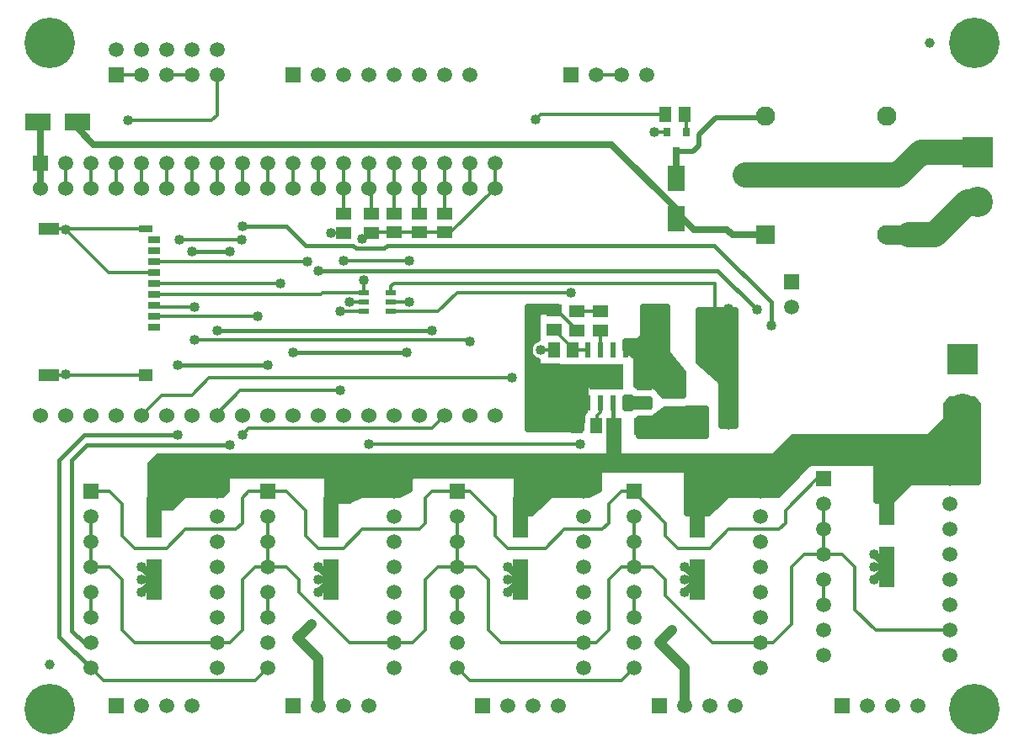
<source format=gbr>
G04 DipTrace 3.3.1.3*
G04 Top.gbr*
%MOIN*%
G04 #@! TF.FileFunction,Copper,L1,Top*
G04 #@! TF.Part,Single*
G04 #@! TA.AperFunction,Conductor*
%ADD13C,0.013*%
%ADD14C,0.016*%
%ADD15C,0.012008*%
%ADD16C,0.012*%
G04 #@! TA.AperFunction,CopperBalancing*
%ADD17C,0.025*%
G04 #@! TA.AperFunction,Conductor*
%ADD18C,0.015*%
%ADD19C,0.1*%
G04 #@! TA.AperFunction,ViaPad*
%ADD20C,0.04*%
G04 #@! TA.AperFunction,Conductor*
%ADD21C,0.02*%
%ADD22C,0.014*%
%ADD23C,0.025199*%
%ADD24C,0.076772*%
%ADD25C,0.0154*%
G04 #@! TA.AperFunction,ComponentPad*
%ADD26C,0.06*%
%ADD29R,0.062992X0.163386*%
%ADD30R,0.059055X0.051181*%
%ADD31R,0.062992X0.070866*%
%ADD33R,0.098425X0.066929*%
%ADD35R,0.066929X0.098425*%
%ADD37C,0.03937*%
G04 #@! TA.AperFunction,ComponentPad*
%ADD38R,0.059055X0.059055*%
%ADD39C,0.059055*%
%ADD40R,0.051181X0.027559*%
%ADD41R,0.07874X0.047244*%
%ADD42R,0.055118X0.047244*%
%ADD43R,0.055118X0.031496*%
G04 #@! TA.AperFunction,ComponentPad*
%ADD44C,0.076772*%
%ADD45R,0.076772X0.076772*%
%ADD46R,0.09252X0.137795*%
G04 #@! TA.AperFunction,ComponentPad*
%ADD47C,0.2*%
%ADD48R,0.031496X0.035433*%
%ADD49R,0.051181X0.059055*%
G04 #@! TA.AperFunction,ComponentPad*
%ADD50R,0.12X0.12*%
%ADD51C,0.12*%
%ADD52R,0.059X0.059*%
%ADD53C,0.059*%
%ADD55R,0.024016X0.062992*%
%ADD56R,0.138189X0.10315*%
%ADD58R,0.043307X0.023622*%
G04 #@! TA.AperFunction,ViaPad*
%ADD60C,0.03*%
%FSLAX26Y26*%
G04*
G70*
G90*
G75*
G01*
G04 Top*
%LPD*%
X693700Y1293700D2*
D13*
Y1193700D1*
Y1093700D1*
X768700D1*
X818700Y1043700D1*
Y843700D1*
X868700Y793700D1*
X1193700D1*
X1243700D1*
X1293700Y843700D1*
Y1043700D1*
X1343700Y1093700D1*
X1393700D1*
Y1193700D1*
Y1293700D1*
Y1093700D2*
X1468700D1*
X1518700Y1043700D1*
Y993700D1*
X1718700Y793700D1*
X1893700D1*
X1968700D1*
X2018700Y843700D1*
Y1043700D1*
X2068700Y1093700D1*
X2143700D1*
Y1193700D1*
Y1293700D1*
Y1093700D2*
X2218700D1*
X2268700Y1043700D1*
Y843700D1*
X2318700Y793700D1*
X2643700D1*
X2693700D1*
X2743700Y843700D1*
Y1043700D1*
X2793700Y1093700D1*
X2843700D1*
Y1193700D1*
Y1293700D1*
Y1093700D2*
X2918700D1*
X2968700Y1043700D1*
Y981200D1*
X3156200Y793700D1*
X3343700D1*
X3393700D1*
X3468700Y868700D1*
Y1093700D1*
X3518700Y1143700D1*
X3593700D1*
Y1243700D1*
Y1343700D1*
Y1143700D2*
X3668700D1*
X3718700Y1093700D1*
Y924949D1*
X3799949Y843700D1*
X4093700D1*
X2293700Y2593700D2*
Y2693700D1*
X1893700Y2418897D2*
X1993700D1*
X2093700D1*
X2118897D1*
X2293700Y2593700D1*
X943676Y2173371D2*
D15*
X1604621D1*
X1612451Y2181200D1*
X1774951D1*
Y2231200D1*
X1768700Y2393700D2*
X1781200D1*
Y2406200D1*
X1793897Y2418897D1*
X1893700D1*
X2528409Y2109254D2*
D16*
X2541409D1*
X2619409Y2031254D1*
X3843700Y1093700D2*
D17*
X3793700Y1143700D1*
X3843700Y1093700D2*
X3793700D1*
X3843700D2*
X3793700Y1043700D1*
X3093700D2*
X3043700Y1093700D1*
X3093700Y1043700D2*
X3043700D1*
X3093700D2*
X3043700Y993700D1*
X2393700Y1043700D2*
X2343700Y1093700D1*
X2393700Y1043700D2*
X2343700D1*
X2393700D2*
X2343700Y993700D1*
X1643700Y1043700D2*
X1593700Y1093700D1*
X1643700Y1043700D2*
X1593700D1*
X1643700D2*
X1593700Y993700D1*
X943700Y1043700D2*
X893700Y1093700D1*
X943700Y1043700D2*
X893700D1*
X943700D2*
X893700Y993700D1*
X993700Y2593700D2*
D13*
Y2693700D1*
X528322Y2433213D2*
D15*
X591687D1*
X593700Y2431200D1*
X1693700Y2418700D2*
X1643700D1*
X1774951Y2143798D2*
X1718798D1*
X1718700Y2143700D1*
X910212Y2433213D2*
D16*
X595713D1*
X593700Y2431200D1*
X943676Y2259985D2*
X764915D1*
X593700Y2431200D1*
X2975146Y2818700D2*
X2924949D1*
X528322Y1855260D2*
D15*
X592760D1*
X593700Y1856200D1*
X910212Y1855260D2*
D16*
X594640D1*
X593700Y1856200D1*
X693700Y793700D2*
D18*
X666928D1*
X618700Y841928D1*
Y1518700D1*
X678739Y1578739D1*
X1243700D1*
Y2343700D2*
X1093700D1*
Y2693700D2*
D16*
Y2593700D1*
X1393700Y693700D2*
D13*
X1343700Y643700D1*
X743700D1*
X693700Y693700D1*
X1393700Y2593700D2*
Y2693700D1*
Y1893700D2*
D18*
X1039369D1*
Y1618109D2*
X668109D1*
X568700Y1518700D1*
Y818700D1*
X693700Y693700D1*
Y893700D2*
D13*
Y993700D1*
X3284645Y2645570D2*
D19*
X3889321D1*
X3981201Y2737450D1*
X4206200D1*
X2631200Y1581200D2*
D16*
X1793700D1*
X2143700Y693700D2*
D13*
X2193700Y643700D1*
X2793700D1*
X2843700Y693700D1*
X1493700Y2593700D2*
Y2693700D1*
X1943700Y1943700D2*
D18*
X1493700D1*
X2843700Y893700D2*
D13*
Y993700D1*
X3043700Y543700D2*
D20*
Y693700D1*
X2943700Y793700D1*
X2973436Y823436D1*
X2993700Y843700D1*
X2973436Y823436D2*
D15*
X2968700Y818700D1*
X1593700Y543700D2*
D20*
Y731200D1*
X1512449Y812451D1*
X1538591Y838591D1*
X1568700Y868700D1*
X1538591Y838591D2*
D15*
X1543700Y843700D1*
X1881250Y2106397D2*
D16*
X2068897D1*
X2143700Y2181200D1*
X2593700D1*
X1293700Y2593700D2*
D13*
Y2693700D1*
X3387449Y2049949D2*
D14*
Y2143700D1*
X3162449Y2368700D1*
X1868700D1*
X1856200Y2356200D1*
X1743700D1*
X1731200Y2368700D1*
X1543700D1*
X1468700Y2443700D1*
X1293700D1*
X2093700Y2493700D2*
D13*
Y2593700D1*
Y2693700D1*
X1993700Y2493700D2*
Y2593700D1*
Y2693700D1*
X1593700Y2593700D2*
Y2693700D1*
X3331200Y2112449D2*
D14*
X3174949Y2268700D1*
X1593700D1*
X1693700Y2593700D2*
D13*
Y2693700D1*
Y2493503D2*
D15*
Y2593700D1*
Y2306200D2*
X1956200D1*
Y2143798D2*
X1881250D1*
X3012451Y2632430D2*
D17*
Y2739863D1*
X3012548Y2739960D1*
D21*
X3077460D1*
X3099949Y2762449D1*
Y2806200D1*
X3168700Y2874951D1*
X3356545D1*
X3363385Y2881791D1*
X1893700Y2493700D2*
D13*
Y2593700D1*
Y2693700D1*
X893700Y1693700D2*
D16*
X974949Y1774949D1*
X1093700D1*
X1162451Y1843700D1*
X2362451D1*
X2456200Y2868700D2*
X2474949Y2887451D1*
X2968700D1*
X2193700Y1987451D2*
D15*
X2188092Y1993058D1*
X1104927D1*
Y2124949D2*
X948791D1*
X943676Y2130064D1*
Y2086756D2*
X1356200D1*
X842037Y2862812D2*
D16*
X1173048D1*
X1193700Y2883464D1*
Y3043700D1*
X943676Y2303292D2*
D15*
X1549949D1*
X793700Y3043700D2*
D22*
X893700D1*
X1045821Y2390037D2*
D16*
X1292695D1*
X1774951Y2106397D2*
D15*
X1681200D1*
Y1793700D2*
X1285691D1*
X1193700Y1701709D1*
Y1693700D1*
X493700Y2593700D2*
D17*
Y2693700D1*
Y2857814D1*
X484898D1*
X2043700Y2031200D2*
D18*
X1193700D1*
Y2693700D2*
D16*
Y2593700D1*
X1393700Y893700D2*
D13*
Y993700D1*
X2193700Y2593700D2*
Y2693700D1*
X2143700Y893700D2*
Y993700D1*
X2476409Y1953254D2*
D16*
X2528409D1*
X1881250Y2181200D2*
Y2206250D1*
X1893700Y2218700D1*
X3163344D1*
Y2055115D1*
X642378Y2857814D2*
D17*
Y2832522D1*
X706200Y2768700D1*
X2756201D1*
X3012451Y2512451D1*
Y2474949D1*
X3363385Y2409350D2*
D23*
X3234301D1*
X3212451Y2431200D1*
X3081200D1*
X3037451Y2474949D1*
X3012451D1*
X1793700Y2593700D2*
D13*
Y2693700D1*
X1806200Y2493503D2*
D16*
Y2593700D1*
X1793700D1*
X3049949Y2818700D2*
D15*
Y2881003D1*
X3043503Y2887451D1*
X2693700Y3043700D2*
D16*
X2793700D1*
X993700D2*
D22*
X1093700D1*
X1293700Y1618700D2*
D16*
X1318700Y1643700D1*
X2043700D1*
X2093700Y1693700D1*
X3593700Y943700D2*
D13*
Y1043700D1*
X943676Y2216678D2*
D15*
X1443700D1*
X793700Y2593700D2*
D13*
Y2693700D1*
X693700Y2593700D2*
Y2693700D1*
X593700Y2593700D2*
Y2693700D1*
X2710409Y2031254D2*
D16*
Y1955497D1*
X2710039Y1955127D1*
X2619409Y2106057D2*
X2710409D1*
X3843700Y2409350D2*
D24*
X3932086D1*
D19*
X4034350D1*
X4165600Y2540600D1*
X4206200D1*
X2710039Y1742528D2*
D16*
Y1705884D1*
X2697409Y1693254D1*
Y1657451D1*
X2694212Y1654254D1*
X2660039Y1955127D2*
X2605085D1*
X2603212Y1953254D1*
Y1959648D1*
X2528409Y2034451D1*
X3593700Y1443700D2*
X3568700D1*
X3443700Y1318700D1*
Y1268700D1*
X3418700Y1243700D1*
X3218700D1*
X3143700Y1168700D1*
X3018700D1*
X2968700Y1218700D1*
Y1268700D1*
X2843700Y1393700D1*
X2793700D1*
X2743700Y1343700D1*
Y1268700D1*
X2718700Y1243700D1*
X2568700D1*
X2493700Y1168700D1*
X2343700D1*
X2293700Y1218700D1*
Y1293700D1*
X2193700Y1393700D1*
X2143700D1*
X2043700D1*
X2018700Y1368700D1*
Y1268700D1*
X1993700Y1243700D1*
X1768700D1*
X1693700Y1168700D1*
X1593700D1*
X1543700Y1218700D1*
Y1318700D1*
X1468700Y1393700D1*
X1393700D1*
X1318700D1*
X1293700Y1368700D1*
Y1268700D1*
X1268700Y1243700D1*
X1068700D1*
X993700Y1168700D1*
X868700D1*
X818700Y1218700D1*
Y1343700D1*
X768700Y1393700D1*
X693700D1*
X893700Y2593700D2*
D13*
Y2693700D1*
X2760039Y1742528D2*
D25*
Y1655625D1*
X2765214Y1650449D1*
D26*
Y1511810D1*
X3093700D1*
Y1291731D1*
D20*
X1774951Y2231200D3*
X1768700Y2393700D3*
X1243700Y1578739D3*
Y2343700D3*
X1093700D3*
X1393700Y1893700D3*
X1039369D3*
Y1618109D3*
X2631200Y1581200D3*
X1793700D3*
X1943700Y1943700D3*
X1493700D3*
X2943700Y793700D3*
X1512449Y812451D3*
X2593700Y2181200D3*
X3387449Y2049949D3*
X1293700Y2443700D3*
X3331200Y2112449D3*
X1593700Y2268700D3*
X1693700Y2306200D3*
X1956200D3*
Y2143798D3*
X2362451Y1843700D3*
X2456200Y2868700D3*
X2193700Y1987451D3*
X1104927Y1993058D3*
Y2124949D3*
X1356200Y2086756D3*
X842037Y2862812D3*
X1549949Y2303292D3*
X1045821Y2390037D3*
X1292695D3*
X1681200Y2106397D3*
Y1793700D3*
X2043700Y2031200D3*
X1193700D3*
X1293700Y1618700D3*
X1443700Y2216678D3*
X1568700Y868700D3*
X2993700Y843700D3*
D60*
X2775409Y1875254D3*
Y1849254D3*
Y1823254D3*
X2736409Y1875254D3*
Y1849254D3*
Y1823254D3*
X2697409Y1875254D3*
Y1849254D3*
Y1823254D3*
X3126700Y1627700D3*
X3087700D3*
D20*
X2476409Y1953254D3*
X3218700Y2068700D3*
Y1656200D3*
X1593700Y1093700D3*
Y1043700D3*
Y993700D3*
X893700Y1093700D3*
Y1043700D3*
Y993700D3*
X2343700Y1093700D3*
Y1043700D3*
Y993700D3*
X3043700Y1093700D3*
Y1043700D3*
Y993700D3*
X3793700Y1143700D3*
Y1093700D3*
Y1043700D3*
X3218700Y2118700D3*
X593700Y2431200D3*
Y1856200D3*
X2924949Y2818700D3*
X1643700Y2418700D3*
X1718700Y2143700D3*
X1543700Y843700D3*
X2968700Y818700D3*
X3102666Y2084331D2*
D17*
X3241705D1*
X3102629Y2059462D2*
X3241705D1*
X3102594Y2034594D2*
X3241705D1*
X3102558Y2009725D2*
X3241705D1*
X3102522Y1984856D2*
X3241705D1*
X3102522Y1959987D2*
X3241705D1*
X3102486Y1935119D2*
X3241705D1*
X3102451Y1910250D2*
X3241705D1*
X3126923Y1885381D2*
X3241705D1*
X3156098Y1860512D2*
X3241705D1*
X3185271Y1835644D2*
X3241705D1*
X3193704Y1810775D2*
X3241705D1*
X3193704Y1785906D2*
X3241705D1*
X3193704Y1761037D2*
X3241705D1*
X3193704Y1736169D2*
X3241705D1*
X3193704Y1711300D2*
X3241705D1*
X3193704Y1686431D2*
X3241705D1*
X3193704Y1661562D2*
X3241705D1*
X3244176Y2109200D2*
X3100209D1*
X3099939Y1906200D1*
X3188196Y1830829D1*
X3189831Y1828388D1*
X3190851Y1825632D1*
X3191200Y1822710D1*
Y1653218D1*
X3244188Y1653200D1*
X3244200Y2109169D1*
X2883699Y2100071D2*
X2972428D1*
X2883699Y2075203D2*
X2972428D1*
X2883699Y2050334D2*
X2972428D1*
X2883699Y2025465D2*
X2972428D1*
X2877024Y2000596D2*
X2972428D1*
X2814981Y1975728D2*
X2972428D1*
X2822696Y1950859D2*
X2972428D1*
X2857539Y1925990D2*
X2983444D1*
X2858724Y1901121D2*
X3004150D1*
X2858724Y1876252D2*
X3024890D1*
X2858724Y1851384D2*
X3034939D1*
X2858724Y1826515D2*
X3034939D1*
X2937201Y1801646D2*
X3034939D1*
X2962070Y1776777D2*
X3034939D1*
X2974943Y1943746D2*
Y2124961D1*
X2881190Y2124940D1*
X2881052Y2010498D1*
X2880254Y2007670D1*
X2878818Y2005106D1*
X2872545Y1998615D1*
X2863554Y1989842D1*
X2860990Y1988406D1*
X2858162Y1987608D1*
X2847020Y1987455D1*
X2812464D1*
X2812462Y1956427D1*
X2852476Y1927623D1*
X2854313Y1925330D1*
X2855565Y1922671D1*
X2856161Y1919794D1*
X2856208Y1812460D1*
X2920655Y1812322D1*
X2923483Y1811524D1*
X2926048Y1810088D1*
X2934035Y1802318D1*
X2961369Y1774983D1*
X3037402Y1774980D1*
X3037436Y1864199D1*
X2976707Y1937309D1*
X2975508Y1939993D1*
X2974970Y1942885D1*
X2944936Y1694331D2*
X3124704D1*
X2868718Y1669462D2*
X3124704D1*
X2868718Y1644594D2*
X3124704D1*
X2868718Y1619725D2*
X3124704D1*
X2942436Y1697623D2*
Y1689360D1*
X2932784D1*
X2925401Y1683184D1*
X2922751Y1681911D1*
X2919880Y1681292D1*
X2866192Y1680398D1*
X2866200Y1614221D1*
X3127174Y1614200D1*
X3127200Y1719149D1*
X2967095Y1718745D1*
X2942436Y1697619D1*
X2426427Y2097885D2*
X2460720D1*
X2426427Y2073016D2*
X2460002D1*
X2426427Y2048148D2*
X2460002D1*
X2426427Y2023279D2*
X2460002D1*
X2426427Y1998410D2*
X2460002D1*
X2426427Y1923804D2*
X2437953D1*
X2426427Y1898935D2*
X2460039D1*
X2426427Y1874066D2*
X2784969D1*
X2426427Y1849197D2*
X2784969D1*
X2426427Y1824329D2*
X2784969D1*
X2426427Y1799460D2*
X2647461D1*
X2426427Y1774591D2*
X2647461D1*
X2426427Y1749722D2*
X2647461D1*
X2426427Y1724854D2*
X2647461D1*
X2426427Y1699985D2*
X2639638D1*
X2426427Y1675116D2*
X2633969D1*
X2426427Y1650247D2*
X2632066D1*
X2642121Y1699742D2*
Y1710281D1*
X2647397D1*
X2649977Y1721671D1*
X2650130Y1808180D1*
X2650928Y1811008D1*
X2652364Y1813573D1*
X2654359Y1815730D1*
X2656802Y1817363D1*
X2659558Y1818380D1*
X2662477Y1818725D1*
X2787461D1*
X2787462Y1881474D1*
X2473041Y1887619D1*
X2470213Y1888417D1*
X2467649Y1889852D1*
X2465491Y1891847D1*
X2463859Y1894291D1*
X2462842Y1897046D1*
X2462497Y1899965D1*
Y1908901D1*
X2455298Y1911822D1*
X2449077Y1915634D1*
X2443528Y1920373D1*
X2438789Y1925922D1*
X2434977Y1932144D1*
X2432184Y1938885D1*
X2430481Y1945980D1*
X2429909Y1953254D1*
X2430481Y1960528D1*
X2432184Y1967623D1*
X2434977Y1974364D1*
X2438789Y1980586D1*
X2443528Y1986134D1*
X2449077Y1990873D1*
X2455298Y1994686D1*
X2462493Y1997606D1*
X2462650Y2095650D1*
X2463448Y2098478D1*
X2464884Y2101043D1*
X2466878Y2103200D1*
X2469322Y2104833D1*
X2472078Y2105850D1*
X2474997Y2106195D1*
X2543141D1*
X2542448Y2122721D1*
X2423898Y2122754D1*
X2423909Y1640734D1*
X2633855Y1640754D1*
X2637801Y1690313D1*
X2638797Y1693078D1*
X2642120Y1699721D1*
X2814981Y1737609D2*
X2903710D1*
X2832255Y1762478D2*
X2812447D1*
X2812462Y1724991D1*
X2832369Y1725073D1*
X2836360Y1728847D1*
X2838924Y1730283D1*
X2841752Y1731081D1*
X2851207Y1731234D1*
X2906193D1*
X2906200Y1756233D1*
X2841752Y1756382D1*
X2838924Y1757180D1*
X2836360Y1758616D1*
X2832276Y1762482D1*
X4083704Y1731331D2*
X4203688D1*
X4083704Y1706462D2*
X4203688D1*
X4083704Y1681594D2*
X4203688D1*
X4064578Y1656725D2*
X4203688D1*
X4039961Y1631856D2*
X4203688D1*
X3992127Y1606987D2*
X4203688D1*
X3452285Y1582119D2*
X4203688D1*
X3427418Y1557250D2*
X4203688D1*
X3402550Y1532381D2*
X4203688D1*
X940178Y1507512D2*
X4203688D1*
X933718Y1482644D2*
X3512451D1*
X3808687D2*
X4203688D1*
X933718Y1457775D2*
X2703693D1*
X3058708D2*
X3487583D1*
X3808687D2*
X4203688D1*
X933718Y1432906D2*
X1228709D1*
X1633710D2*
X1953714D1*
X2383691D2*
X2703693D1*
X3058708D2*
X3462716D1*
X3808687D2*
X4203688D1*
X933718Y1408037D2*
X1228709D1*
X1633710D2*
X1953714D1*
X2383691D2*
X2703693D1*
X3058708D2*
X3437848D1*
X3808687D2*
X3912847D1*
X933718Y1383169D2*
X1212993D1*
X1633710D2*
X1917184D1*
X2383691D2*
X2667199D1*
X3058708D2*
X3412980D1*
X3808687D2*
X3887980D1*
X933718Y1358300D2*
X1038129D1*
X1633710D2*
X1717452D1*
X2383691D2*
X2488137D1*
X3058708D2*
X3188130D1*
X3808687D2*
X3863111D1*
X933718Y1333431D2*
X1013262D1*
X2383691D2*
X2463270D1*
X3058708D2*
X3163262D1*
X2383691Y1308562D2*
X2438402D1*
X3058708D2*
X3138394D1*
X4206200Y1718735D2*
Y1738497D1*
X4188544Y1756179D1*
X4098881Y1756200D1*
X4081221Y1738544D1*
X4081056Y1679308D1*
X4080273Y1676476D1*
X4078851Y1673905D1*
X4071121Y1665877D1*
X4015008Y1609413D1*
X4012447Y1607973D1*
X4009620Y1607171D1*
X3998478Y1607001D1*
X3473873Y1606208D1*
X3401048Y1533587D1*
X3398483Y1532151D1*
X3395655Y1531354D1*
X3384514Y1531200D1*
X961381D1*
X931207Y1501029D1*
X931200Y1331193D1*
X1013519Y1331200D1*
X1061352Y1378813D1*
X1063917Y1380249D1*
X1066745Y1381046D1*
X1077886Y1381200D1*
X1213497D1*
X1231179Y1398856D1*
X1231354Y1445655D1*
X1232151Y1448483D1*
X1233587Y1451048D1*
X1235582Y1453205D1*
X1238025Y1454838D1*
X1240781Y1455855D1*
X1243700Y1456200D1*
X1620655Y1456046D1*
X1623483Y1455249D1*
X1626048Y1453813D1*
X1628205Y1451818D1*
X1629838Y1449375D1*
X1630855Y1446619D1*
X1631200Y1443700D1*
Y1356179D1*
X1715745Y1356200D1*
X1764838Y1380588D1*
X1767720Y1381162D1*
X1915741Y1381200D1*
X1956214Y1401432D1*
X1956354Y1445655D1*
X1957151Y1448483D1*
X1958587Y1451048D1*
X1960582Y1453205D1*
X1963025Y1454838D1*
X1965781Y1455855D1*
X1968700Y1456200D1*
X2370655Y1456046D1*
X2373483Y1455249D1*
X2376048Y1453813D1*
X2378205Y1451818D1*
X2379838Y1449375D1*
X2380855Y1446619D1*
X2381200Y1443700D1*
Y1306228D1*
X2438495Y1306200D1*
X2511352Y1378813D1*
X2513917Y1380249D1*
X2516745Y1381046D1*
X2527886Y1381200D1*
X2665741D1*
X2706214Y1401432D1*
X2706354Y1470655D1*
X2707151Y1473483D1*
X2708587Y1476048D1*
X2710582Y1478205D1*
X2713025Y1479838D1*
X2715781Y1480855D1*
X2718700Y1481200D1*
X3045655Y1481046D1*
X3048483Y1480249D1*
X3051048Y1478813D1*
X3053205Y1476818D1*
X3054838Y1474375D1*
X3055855Y1471619D1*
X3056200Y1468700D1*
Y1306180D1*
X3138519Y1306200D1*
X3211352Y1378813D1*
X3213917Y1380249D1*
X3216745Y1381046D1*
X3227886Y1381200D1*
X3413523D1*
X3536352Y1503813D1*
X3538917Y1505249D1*
X3541745Y1506046D1*
X3552886Y1506200D1*
X3795655Y1506046D1*
X3798483Y1505249D1*
X3801048Y1503813D1*
X3803205Y1501818D1*
X3804838Y1499375D1*
X3805855Y1496619D1*
X3806200Y1493700D1*
Y1356228D1*
X3863495Y1356200D1*
X3936352Y1428813D1*
X3938917Y1430249D1*
X3941745Y1431046D1*
X3952886Y1431200D1*
X4206193D1*
X4206200Y1718704D1*
D29*
X943700Y1043700D3*
Y1291731D3*
X1643700Y1043700D3*
Y1291731D3*
X2393700Y1043700D3*
Y1291731D3*
D30*
X2886409Y1816254D3*
Y1741451D3*
D29*
X3093700Y1043700D3*
Y1291731D3*
D31*
X2875451Y1650449D3*
X2765214D3*
X3106200Y1693700D3*
X3216436D3*
D30*
X2710409Y2031254D3*
Y2106057D3*
D29*
X3843700Y1093700D3*
Y1341731D3*
D33*
X484898Y2857814D3*
X642378D3*
D35*
X3012451Y2474949D3*
Y2632430D3*
X3003409Y1830218D3*
Y1672738D3*
D37*
X531495Y708661D3*
X4015747Y3169291D3*
D38*
X1493700Y3043700D3*
D39*
X1593700D3*
X1693700D3*
X1793700D3*
X1893700D3*
X1993700D3*
X2093700D3*
X2193700D3*
D38*
X793700Y543700D3*
D39*
X893700D3*
X993700D3*
X1093700D3*
D38*
X793700Y3043700D3*
D39*
Y3143700D3*
X893700Y3043700D3*
Y3143700D3*
X993700Y3043700D3*
Y3143700D3*
X1093700Y3043700D3*
Y3143700D3*
X1193700Y3043700D3*
Y3143700D3*
D38*
X1493700Y543700D3*
D39*
X1593700D3*
X1693700D3*
X1793700D3*
D38*
X493700Y2693700D3*
D39*
X593700D3*
X693700D3*
X793700D3*
X893700D3*
X993700D3*
X1093700D3*
X1193700D3*
X1293700D3*
X1393700D3*
X1493700D3*
X1593700D3*
X1693700D3*
X1793700D3*
X1893700D3*
X1993700D3*
X2093700D3*
X2193700D3*
X2293700D3*
D38*
X2243700Y543700D3*
D39*
X2343700D3*
X2443700D3*
X2543700D3*
D38*
X2943700D3*
D39*
X3043700D3*
X3143700D3*
X3243700D3*
D38*
X3468700Y2224951D3*
D39*
Y2124951D3*
D38*
X3668700Y543700D3*
D39*
X3768700D3*
X3868700D3*
X3968700D3*
D40*
X943676Y2043449D3*
Y2086756D3*
Y2130064D3*
Y2173371D3*
Y2216678D3*
Y2259985D3*
Y2303292D3*
Y2346599D3*
Y2389906D3*
D41*
X528322Y1855260D3*
D42*
X910212D3*
D43*
Y2433213D3*
D41*
X528322D3*
D38*
X2593700Y3043700D3*
D39*
X2693700D3*
X2793700D3*
X2893700D3*
D44*
X3284645Y2645570D3*
D45*
X3363385Y2409350D3*
D44*
Y2881791D3*
X3843700Y2409350D3*
Y2881791D3*
D46*
X2925155Y2055115D3*
X3163344D3*
D47*
X531495Y531495D3*
X4192913D3*
X531495Y3169291D3*
X4192913D3*
D48*
X3049949Y2818700D3*
X2975146D3*
X3012548Y2739960D3*
D30*
X1893700Y2493700D3*
Y2418897D3*
X1993700Y2493700D3*
Y2418897D3*
X2093700Y2493700D3*
Y2418897D3*
X1806200Y2493503D3*
Y2418700D3*
D49*
X2968700Y2887451D3*
X3043503D3*
X2528409Y1953254D3*
X2603212D3*
D30*
X2528409Y2109254D3*
Y2034451D3*
D49*
X2619409Y1654254D3*
X2694212D3*
D30*
X2619409Y2031254D3*
Y2106057D3*
X1693700Y2418700D3*
Y2493503D3*
D50*
X4206200Y2737450D3*
D51*
Y2540600D3*
D50*
X4143700Y1918700D3*
D51*
Y1721850D3*
D26*
X493700Y2593700D3*
X593700D3*
X693700D3*
X793700D3*
X893700D3*
X993700D3*
X1093700D3*
X1193700D3*
X1293700D3*
X1393700D3*
X1493700D3*
X1593700D3*
X1693700D3*
X1793700D3*
X1893700D3*
X1993700D3*
X2093700D3*
X2193700D3*
X2293700D3*
X493700Y1693700D3*
X593700D3*
X693700D3*
X793700D3*
X893700D3*
X993700D3*
X1093700D3*
X1193700D3*
X1293700D3*
X1393700D3*
X1493700D3*
X1593700D3*
X1693700D3*
X1793700D3*
X1893700D3*
X1993700D3*
X2093700D3*
X2193700D3*
X2293700D3*
D52*
X693700Y1393700D3*
D53*
Y1293700D3*
Y1193700D3*
Y1093700D3*
Y993700D3*
Y893700D3*
Y793700D3*
Y693700D3*
X1193700D3*
Y793700D3*
Y893700D3*
Y993700D3*
Y1093700D3*
Y1193700D3*
Y1293700D3*
Y1393700D3*
D52*
X1393700D3*
D53*
Y1293700D3*
Y1193700D3*
Y1093700D3*
Y993700D3*
Y893700D3*
Y793700D3*
Y693700D3*
X1893700D3*
Y793700D3*
Y893700D3*
Y993700D3*
Y1093700D3*
Y1193700D3*
Y1293700D3*
Y1393700D3*
D52*
X2143700D3*
D53*
Y1293700D3*
Y1193700D3*
Y1093700D3*
Y993700D3*
Y893700D3*
Y793700D3*
Y693700D3*
X2643700D3*
Y793700D3*
Y893700D3*
Y993700D3*
Y1093700D3*
Y1193700D3*
Y1293700D3*
Y1393700D3*
D52*
X2843700D3*
D53*
Y1293700D3*
Y1193700D3*
Y1093700D3*
Y993700D3*
Y893700D3*
Y793700D3*
Y693700D3*
X3343700D3*
Y793700D3*
Y893700D3*
Y993700D3*
Y1093700D3*
Y1193700D3*
Y1293700D3*
Y1393700D3*
D55*
X2810039Y1955127D3*
X2760039D3*
X2710039D3*
X2660039D3*
Y1742528D3*
X2710039D3*
X2760039D3*
X2810039D3*
D56*
X2735039Y1848827D3*
D52*
X3593700Y1443700D3*
D53*
Y1343700D3*
Y1243700D3*
Y1143700D3*
Y1043700D3*
Y943700D3*
Y843700D3*
Y743700D3*
X4093700D3*
Y843700D3*
Y943700D3*
Y1043700D3*
Y1143700D3*
Y1243700D3*
Y1343700D3*
Y1443700D3*
D58*
X1774951Y2181200D3*
Y2143798D3*
Y2106397D3*
X1881250D3*
Y2143798D3*
Y2181200D3*
M02*

</source>
